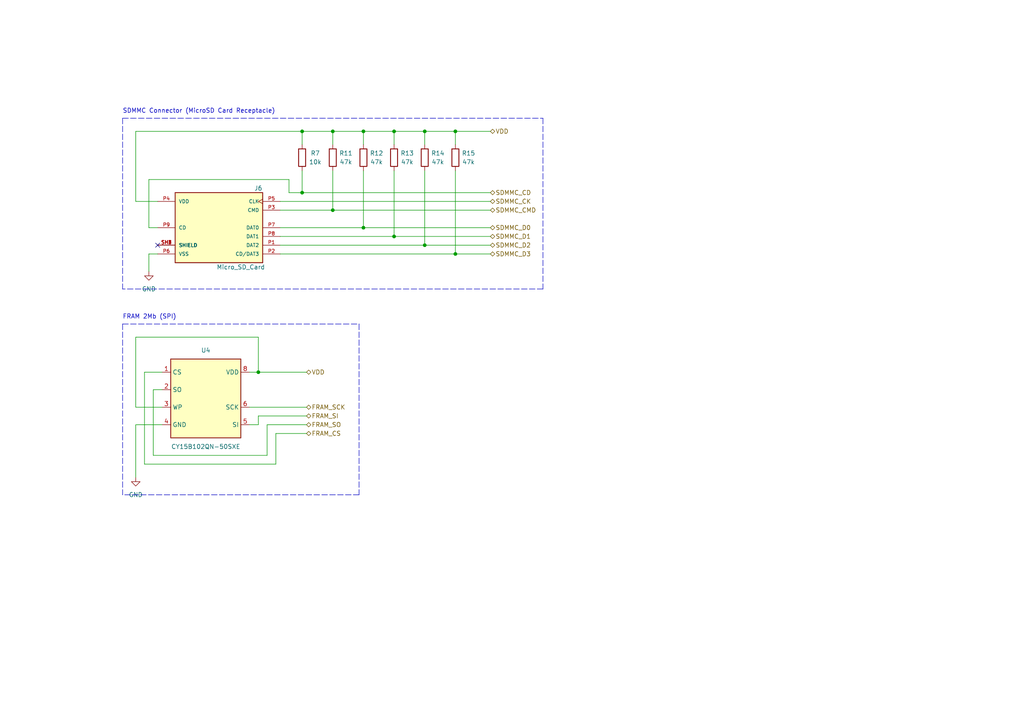
<source format=kicad_sch>
(kicad_sch (version 20230121) (generator eeschema)
  (paper "A4")
  (lib_symbols
    (symbol "CY15B102QN-50SXE:CY15B102QN-50SXE"
      (property "Reference" "U4" (at -1.27 13.97 0))
      (property "Value" "CY15B102QN-50SXE" (at -10.16 -13.97 0))
      (symbol "CY15B102QN-50SXE_1_1"
        (rectangle (start -10.16 11.43) (end 10.16 -11.43) (stroke (width 0.254)) (fill (type background)))
        (pin input line (at -12.7 7.62 0) (length 2.54) (name "CS") (number "1"))
        (pin output line (at -12.7 2.54 0) (length 2.54) (name "SO") (number "2"))
        (pin input line (at -12.7 -2.54 0) (length 2.54) (name "WP") (number "3"))
        (pin power_in line (at -12.7 -7.62 0) (length 2.54) (name "GND") (number "4"))
        (pin input line (at 12.7 -7.62 180) (length 2.54) (name "SI") (number "5"))
        (pin input line (at 12.7 -2.54 180) (length 2.54) (name "SCK") (number "6"))
        (pin no_connect line (at 12.7 2.54 180) (length 2.54) hide (name "DNU") (number "7"))
        (pin power_in line (at 12.7 7.62 180) (length 2.54) (name "VDD") (number "8"))
      )
    )
    (symbol "Device:R" (pin_numbers hide) (pin_names (offset 0))
      (property "Reference" "R" (at 2.032 0 90))
      (property "Value" "R" (at 0 0 90))
      (symbol "R_0_1"
        (rectangle (start -1.016 -2.54) (end 1.016 2.54) (stroke (width 0.254)))
      )
      (symbol "R_1_1"
        (pin passive line (at 0 3.81 270) (length 1.27) (name "~") (number "1"))
        (pin passive line (at 0 -3.81 90) (length 1.27) (name "~") (number "2"))
      )
    )
    (symbol "MEM2075-00-140-01-A:MEM2075-00-140-01-A" (pin_names (offset 1.016))
      (property "Reference" "J" (at -12.7 10.795 0))
      (property "Value" "MEM2075-00-140-01-A" (at -12.7 -12.7 0))
      (symbol "MEM2075-00-140-01-A_0_0"
        (rectangle (start -12.7 -10.16) (end 12.7 10.16) (stroke (width 0.254)) (fill (type background)))
        (pin bidirectional line (at -17.78 -5.08 0) (length 5.08) (name "DAT2") (number "P1"))
        (pin bidirectional line (at -17.78 -7.62 0) (length 5.08) (name "CD/DAT3") (number "P2"))
        (pin bidirectional line (at -17.78 5.08 0) (length 5.08) (name "CMD") (number "P3"))
        (pin power_in line (at 17.78 7.62 180) (length 5.08) (name "VDD") (number "P4"))
        (pin bidirectional clock (at -17.78 7.62 0) (length 5.08) (name "CLK") (number "P5"))
        (pin power_in line (at 17.78 -7.62 180) (length 5.08) (name "VSS") (number "P6"))
        (pin bidirectional line (at -17.78 0 0) (length 5.08) (name "DAT0") (number "P7"))
        (pin bidirectional line (at -17.78 -2.54 0) (length 5.08) (name "DAT1") (number "P8"))
        (pin passive line (at 17.78 0 180) (length 5.08) (name "CD") (number "P9"))
        (pin power_in line (at 17.78 -5.08 180) (length 5.08) (name "SHIELD") (number "SH1"))
        (pin power_in line (at 17.78 -5.08 180) (length 5.08) (name "SHIELD") (number "SH2"))
        (pin power_in line (at 17.78 -5.08 180) (length 5.08) (name "SHIELD") (number "SH3"))
        (pin power_in line (at 17.78 -5.08 180) (length 5.08) (name "SHIELD") (number "SH4"))
      )
    )
    (symbol "power:GND" (power) (pin_names (offset 0))
      (property "Value" "GND" (at 0 -3.81 0))
      (symbol "GND_0_1"
        (polyline (pts (xy 0 0) (xy 0 -1.27) (xy 1.27 -1.27) (xy 0 -2.54) (xy -1.27 -1.27) (xy 0 -1.27)))
      )
      (symbol "GND_1_1"
        (pin power_in line (at 0 0 270) (length 0) hide (name "GND") (number "1"))
      )
    )
  )
  (junction (at 96.52 60.96))
  (junction (at 105.41 66.04))
  (junction (at 123.19 71.12))
  (junction (at 123.19 38.1))
  (junction (at 87.63 55.88))
  (junction (at 87.63 38.1))
  (junction (at 132.08 73.66))
  (junction (at 96.52 38.1))
  (junction (at 114.3 38.1))
  (junction (at 74.93 107.95))
  (junction (at 105.41 38.1))
  (junction (at 114.3 68.58))
  (junction (at 132.08 38.1))
  (no_connect (at 45.72 71.12))
  (wire (pts (xy 43.18 66.04) (xy 43.18 52.07)))
  (wire (pts (xy 114.3 49.53) (xy 114.3 68.58)))
  (wire (pts (xy 87.63 38.1) (xy 87.63 41.91)))
  (polyline (pts (xy 35.56 34.29) (xy 157.48 34.29)) (stroke (width 0) (type dash)))
  (wire (pts (xy 123.19 38.1) (xy 123.19 41.91)))
  (wire (pts (xy 81.28 68.58) (xy 114.3 68.58)))
  (wire (pts (xy 44.45 132.08) (xy 44.45 113.03)))
  (wire (pts (xy 77.47 132.08) (xy 44.45 132.08)))
  (wire (pts (xy 96.52 49.53) (xy 96.52 60.96)))
  (wire (pts (xy 80.01 134.62) (xy 41.91 134.62)))
  (wire (pts (xy 123.19 38.1) (xy 132.08 38.1)))
  (wire (pts (xy 72.39 123.19) (xy 74.93 123.19)))
  (wire (pts (xy 87.63 49.53) (xy 87.63 55.88)))
  (wire (pts (xy 83.82 52.07) (xy 83.82 55.88)))
  (wire (pts (xy 87.63 55.88) (xy 142.24 55.88)))
  (wire (pts (xy 81.28 71.12) (xy 123.19 71.12)))
  (wire (pts (xy 74.93 97.79) (xy 74.93 107.95)))
  (wire (pts (xy 74.93 123.19) (xy 74.93 120.65)))
  (wire (pts (xy 72.39 118.11) (xy 88.9 118.11)))
  (wire (pts (xy 74.93 107.95) (xy 72.39 107.95)))
  (wire (pts (xy 81.28 66.04) (xy 105.41 66.04)))
  (wire (pts (xy 74.93 120.65) (xy 88.9 120.65)))
  (wire (pts (xy 96.52 60.96) (xy 142.24 60.96)))
  (wire (pts (xy 46.99 118.11) (xy 39.37 118.11)))
  (wire (pts (xy 43.18 73.66) (xy 45.72 73.66)))
  (polyline (pts (xy 104.14 143.51) (xy 35.56 143.51)) (stroke (width 0) (type dash)))
  (wire (pts (xy 41.91 107.95) (xy 46.99 107.95)))
  (polyline (pts (xy 157.48 83.82) (xy 35.56 83.82)) (stroke (width 0) (type dash)))
  (wire (pts (xy 123.19 71.12) (xy 142.24 71.12)))
  (polyline (pts (xy 35.56 34.29) (xy 35.56 83.82)) (stroke (width 0) (type dash)))
  (wire (pts (xy 45.72 66.04) (xy 43.18 66.04)))
  (wire (pts (xy 87.63 38.1) (xy 96.52 38.1)))
  (wire (pts (xy 105.41 49.53) (xy 105.41 66.04)))
  (wire (pts (xy 105.41 38.1) (xy 105.41 41.91)))
  (polyline (pts (xy 35.56 93.98) (xy 104.14 93.98)) (stroke (width 0) (type dash)))
  (wire (pts (xy 132.08 73.66) (xy 142.24 73.66)))
  (wire (pts (xy 43.18 73.66) (xy 43.18 78.74)))
  (wire (pts (xy 39.37 38.1) (xy 87.63 38.1)))
  (wire (pts (xy 105.41 38.1) (xy 114.3 38.1)))
  (wire (pts (xy 114.3 38.1) (xy 114.3 41.91)))
  (wire (pts (xy 81.28 73.66) (xy 132.08 73.66)))
  (wire (pts (xy 123.19 49.53) (xy 123.19 71.12)))
  (wire (pts (xy 81.28 58.42) (xy 142.24 58.42)))
  (wire (pts (xy 41.91 134.62) (xy 41.91 107.95)))
  (wire (pts (xy 132.08 41.91) (xy 132.08 38.1)))
  (wire (pts (xy 114.3 38.1) (xy 123.19 38.1)))
  (wire (pts (xy 39.37 38.1) (xy 39.37 58.42)))
  (wire (pts (xy 74.93 107.95) (xy 88.9 107.95)))
  (wire (pts (xy 80.01 125.73) (xy 80.01 134.62)))
  (polyline (pts (xy 35.56 93.98) (xy 35.56 143.51)) (stroke (width 0) (type dash)))
  (polyline (pts (xy 104.14 93.98) (xy 104.14 143.51)) (stroke (width 0) (type dash)))
  (wire (pts (xy 83.82 55.88) (xy 87.63 55.88)))
  (wire (pts (xy 114.3 68.58) (xy 142.24 68.58)))
  (wire (pts (xy 44.45 113.03) (xy 46.99 113.03)))
  (wire (pts (xy 39.37 118.11) (xy 39.37 97.79)))
  (wire (pts (xy 77.47 123.19) (xy 77.47 132.08)))
  (wire (pts (xy 132.08 38.1) (xy 142.24 38.1)))
  (wire (pts (xy 105.41 66.04) (xy 142.24 66.04)))
  (wire (pts (xy 43.18 52.07) (xy 83.82 52.07)))
  (wire (pts (xy 46.99 123.19) (xy 39.37 123.19)))
  (wire (pts (xy 96.52 38.1) (xy 96.52 41.91)))
  (wire (pts (xy 81.28 60.96) (xy 96.52 60.96)))
  (wire (pts (xy 39.37 97.79) (xy 74.93 97.79)))
  (wire (pts (xy 88.9 123.19) (xy 77.47 123.19)))
  (wire (pts (xy 88.9 125.73) (xy 80.01 125.73)))
  (wire (pts (xy 39.37 58.42) (xy 45.72 58.42)))
  (wire (pts (xy 132.08 49.53) (xy 132.08 73.66)))
  (polyline (pts (xy 157.48 34.29) (xy 157.48 83.82)) (stroke (width 0) (type dash)))
  (wire (pts (xy 96.52 38.1) (xy 105.41 38.1)))
  (wire (pts (xy 39.37 123.19) (xy 39.37 138.43)))
  (text "SDMMC Connector (MicroSD Card Receptacle)" (at 35.56 33.02 0) (effects (font (size 1.27 1.27)) (justify left bottom)))
  (text "FRAM 2Mb (SPI)" (at 35.56 92.71 0) (effects (font (size 1.27 1.27)) (justify left bottom)))
  (hierarchical_label "FRAM_SO" (shape bidirectional) (at 88.9 123.19 0))
  (hierarchical_label "VDD" (shape bidirectional) (at 142.24 38.1 0))
  (hierarchical_label "SDMMC_D0" (shape bidirectional) (at 142.24 66.04 0))
  (hierarchical_label "VDD" (shape bidirectional) (at 88.9 107.95 0))
  (hierarchical_label "SDMMC_CD" (shape bidirectional) (at 142.24 55.88 0))
  (hierarchical_label "FRAM_SI" (shape bidirectional) (at 88.9 120.65 0))
  (hierarchical_label "SDMMC_D2" (shape bidirectional) (at 142.24 71.12 0))
  (hierarchical_label "SDMMC_CMD" (shape bidirectional) (at 142.24 60.96 0))
  (hierarchical_label "SDMMC_D3" (shape bidirectional) (at 142.24 73.66 0))
  (hierarchical_label "FRAM_CS" (shape bidirectional) (at 88.9 125.73 0))
  (hierarchical_label "SDMMC_D1" (shape bidirectional) (at 142.24 68.58 0))
  (hierarchical_label "SDMMC_CK" (shape bidirectional) (at 142.24 58.42 0))
  (hierarchical_label "FRAM_SCK" (shape bidirectional) (at 88.9 118.11 0))
  (symbol (lib_id "MEM2075-00-140-01-A:MEM2075-00-140-01-A") (at 63.5 66.04 0) (mirror y) (unit 1)
    (property "Reference" "J6" (at 74.93 54.61 0))
    (property "Value" "Micro_SD_Card" (at 69.85 77.47 0))
    (property "Footprint" "Connector_Card:GCT_MEM2075-00-140-01-A" (effects hide))
    (property "Datasheet" "http://katalog.we-online.de/em/datasheet/693072010801.pdf" (effects hide))
    (property "MANUFACTURER" "GCT" (effects hide))
    (property "PARTREV" "A" (effects hide))
    (property "STANDARD" "Manufacturer recommendations" (effects hide))
  )
  (symbol (lib_id "Device:R") (at 132.08 45.72 180) (unit 1)
    (property "Reference" "R15" (at 135.89 44.45 0))
    (property "Value" "47k" (at 135.89 46.99 0))
    (property "Footprint" "Resistor_SMD:R_0402_1005Metric" (effects hide))
  )
  (symbol (lib_id "Device:R") (at 87.63 45.72 180) (unit 1)
    (property "Reference" "R7" (at 91.44 44.45 0))
    (property "Value" "10k" (at 91.44 46.99 0))
    (property "Footprint" "Resistor_SMD:R_0402_1005Metric" (effects hide))
  )
  (symbol (lib_id "Device:R") (at 105.41 45.72 180) (unit 1)
    (property "Reference" "R12" (at 109.22 44.45 0))
    (property "Value" "47k" (at 109.22 46.99 0))
    (property "Footprint" "Resistor_SMD:R_0402_1005Metric" (effects hide))
  )
  (symbol (lib_id "CY15B102QN-50SXE:CY15B102QN-50SXE") (at 59.69 115.57 0) (unit 1)
    (property "Reference" "U4" (at 59.69 101.6 0))
    (property "Value" "CY15B102QN-50SXE" (at 59.69 129.54 0))
    (property "Footprint" "Package_SO:SOIC-8_5.23x5.23mm_P1.27mm" (effects hide))
    (property "Datasheet" "https://www.mouser.com/datasheet/2/196/CYPR_S_A0011122093_1-3004707.pdf" (effects hide))
  )
  (symbol (lib_id "Device:R") (at 123.19 45.72 180) (unit 1)
    (property "Reference" "R14" (at 127 44.45 0))
    (property "Value" "47k" (at 127 46.99 0))
    (property "Footprint" "Resistor_SMD:R_0402_1005Metric" (effects hide))
  )
  (symbol (lib_id "power:GND") (at 43.18 78.74 0) (unit 1)
    (property "Reference" "#PWR015" (effects hide))
    (property "Value" "~" (at 43.18 83.82 0))
    (instances (project "OBC" (path "" (reference "#PWR015") (unit 1)) (path "" (reference "#PWR031") (unit 1))))
  )
  (symbol (lib_id "power:GND") (at 39.37 138.43 0) (unit 1)
    (property "Reference" "#PWR015" (effects hide))
    (property "Value" "~" (at 39.37 143.51 0))
    (instances (project "OBC" (path "" (reference "#PWR015") (unit 1)) (path "" (reference "#PWR025") (unit 1))))
  )
  (symbol (lib_id "Device:R") (at 96.52 45.72 180) (unit 1)
    (property "Reference" "R11" (at 100.33 44.45 0))
    (property "Value" "47k" (at 100.33 46.99 0))
    (property "Footprint" "Resistor_SMD:R_0402_1005Metric" (effects hide))
  )
  (symbol (lib_id "Device:R") (at 114.3 45.72 180) (unit 1)
    (property "Reference" "R13" (at 118.11 44.45 0))
    (property "Value" "47k" (at 118.11 46.99 0))
    (property "Footprint" "Resistor_SMD:R_0402_1005Metric" (effects hide))
  )
)
</source>
